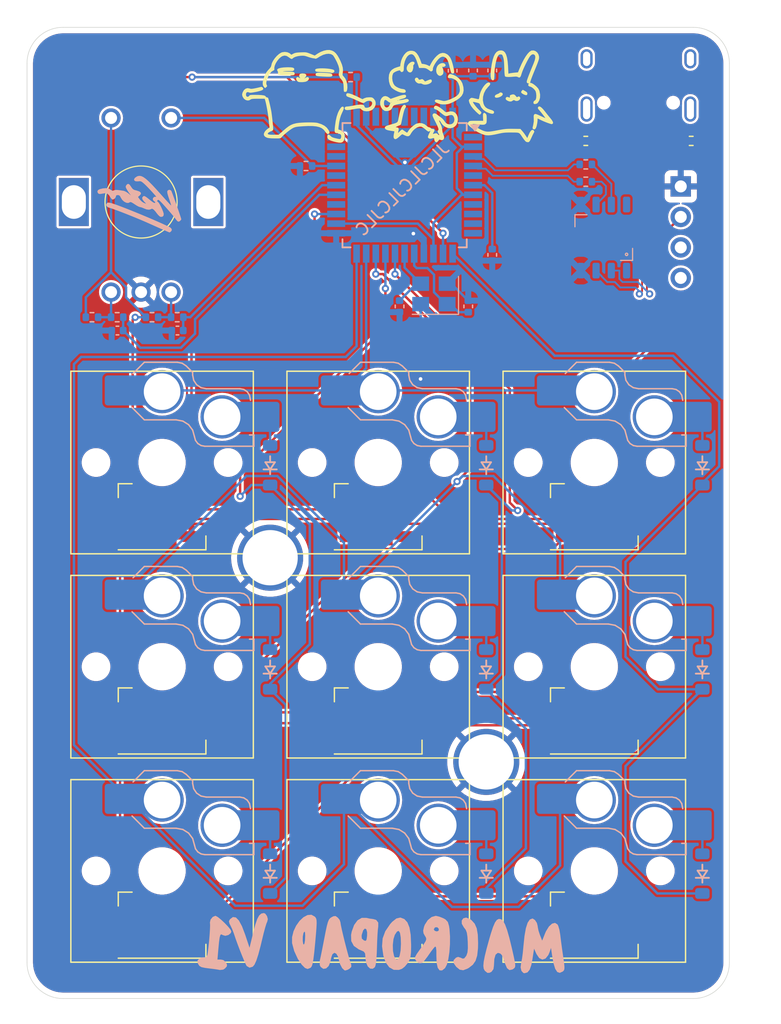
<source format=kicad_pcb>
(kicad_pcb (version 20240108) (generator "pcbnew") (generator_version "8.0")
  (layers (0 "F.Cu" signal) (31 "B.Cu" signal) (34 "B.Paste" user) (35 "F.Paste" user) (36 "B.SilkS" user "B.Silkscreen") (37 "F.SilkS" user "F.Silkscreen") (38 "B.Mask" user) (39 "F.Mask" user) (44 "Edge.Cuts" user))
  (net 0 "")
  (net 1 "VBUS")
  (net 2 "Row 0")
  (net 3 "Net-(D1-A)")
  (net 4 "Row 1")
  (net 5 "Net-(D2-A)")
  (net 6 "Row 2")
  (net 7 "Net-(D3-A)")
  (net 8 "Net-(D4-A)")
  (net 9 "Net-(D5-A)")
  (net 10 "Net-(D6-A)")
  (net 11 "Net-(D7-A)")
  (net 12 "Net-(D8-A)")
  (net 13 "Net-(D9-A)")
  (net 14 "+5V")
  (net 15 "LED Input")
  (net 16 "Net-(D10-DOUT)")
  (net 17 "Net-(D11-DOUT)")
  (net 18 "Net-(D12-DOUT)")
  (net 19 "Net-(D13-DOUT)")
  (net 20 "Net-(D14-DOUT)")
  (net 21 "Net-(D15-DOUT)")
  (net 22 "Net-(D16-DOUT)")
  (net 23 "Net-(D17-DOUT)")
  (net 25 "/USB_D-")
  (net 32 "Net-(J1-CC1)")
  (net 33 "/USB_D+")
  (net 34 "Net-(J1-CC2)")
  (net 35 "Display SDA")
  (net 36 "Display SCL")
  (net 37 "D+")
  (net 38 "D-")
  (net 39 "Net-(R6-Pad2)")
  (net 40 "Net-(R10-Pad2)")
  (net 41 "Column 0")
  (net 42 "Column 1")
  (net 43 "Column 2")
  (net 44 "RE Switch")
  (net 45 "GND")
  (net 46 "Net-(U3-UCAP)")
  (net 47 "Net-(U3-XTAL1)")
  (net 48 "Net-(U3-XTAL2)")
  (net 49 "Net-(U3-~{RESET})")
  (net 50 "/Port_Protector_D+")
  (net 51 "/Port_Protector_D-")
  (net 67 "RE A")
  (net 68 "RE B")
  (footprint "ScottoKeebs_Hotswap:Hotswap_Choc_V1_Plated_1.00u" (layer "F.Cu") (at 124.15 83.7)
    (property "Reference" "S1" (hide yes))
    (property "Value" "Keyswitch")
  )
  (footprint "ScottoKeebs_Hotswap:Hotswap_Choc_V1_Plated_1.00u" (layer "F.Cu") (at 160.15 83.7)
    (property "Reference" "S3" (hide yes))
    (property "Value" "Keyswitch")
  )
  (footprint "ScottoKeebs_Components:LED_WS2812B" (layer "F.Cu") (at 160.15 88.215625)
    (property "Reference" "D12" (hide yes))
    (property "Value" "WS2812B")
  )
  (footprint "Button_Switch_SMD:SW_Tactile_TSB008A2530A" (layer "F.Cu") (at 120.15 55.6125)
    (property "Reference" "SW1" (hide yes))
    (property "Value" "SW_Push")
  )
  (footprint "ScottoKeebs_Hotswap:Hotswap_Choc_V1_Plated_1.00u" (layer "F.Cu") (at 142.15 83.7)
    (property "Reference" "S2" (hide yes))
    (property "Value" "Keyswitch")
  )
  (footprint "Rotary_Encoder:RotaryEncoder_Bourns_PEC11R-4xxxF-Sxxxx" (layer "F.Cu") (at 122.4 72.5125)
    (property "Reference" "SW2" (hide yes))
    (property "Value" "RotaryEncoder_Switch")
  )
  (footprint "MountingHole:MountingHole_4.6mm" (layer "F.Cu") (at 151.15 113.795)
    (property "Reference" "H2" (hide yes))
    (property "Value" "MountingHole_Pad" (hide yes))
  )
  (footprint "ScottoKeebs_Components:LED_WS2812B" (layer "F.Cu") (at 124.15 122.215625)
    (property "Reference" "D16" (hide yes))
    (property "Value" "WS2812B")
  )
  (footprint "MountingHole:MountingHole_4.6mm" (layer "F.Cu") (at 133.15 96.795)
    (property "Reference" "H1" (hide yes))
    (property "Value" "MountingHole_Pad" (hide yes))
  )
  (footprint "ScottoKeebs_Hotswap:Hotswap_Choc_V1_Plated_1.00u" (layer "F.Cu") (at 142.15 117.7)
    (property "Reference" "S8" (hide yes))
    (property "Value" "Keyswitch")
  )
  (footprint "Resistor_SMD:R_0402_1005Metric" (layer "F.Cu") (at 168.22 56.925)
    (property "Reference" "R4" (hide yes))
    (property "Value" "5k1")
  )
  (footprint "ScottoKeebs_Hotswap:Hotswap_Choc_V1_Plated_1.00u" (layer "F.Cu") (at 160.15 117.7)
    (property "Reference" "S9" (hide yes))
    (property "Value" "Keyswitch")
  )
  (footprint "Resistor_SMD:R_0402_1005Metric" (layer "F.Cu") (at 159.44 56.925 180)
    (property "Reference" "R5" (hide yes))
    (property "Value" "5k1")
  )
  (footprint "ScottoKeebs_Components:USB_C_HRO_TYPE-C-31-M-12" (layer "F.Cu") (at 163.83 51.1425 180)
    (property "Reference" "J1" (hide yes))
    (property "Value" "USB_C_Receptacle_USB2.0_16P")
  )
  (footprint "ScottoKeebs_Components:LED_WS2812B" (layer "F.Cu") (at 142.15 105.215625)
    (property "Reference" "D14" (hide yes))
    (property "Value" "WS2812B")
  )
  (footprint "Display:SSD1306_LCD_Display_128x32" (layer "F.Cu") (at 150.19 73.2625)
    (property "Reference" "J2" (hide yes))
    (property "Value" "Display")
  )
  (footprint "ScottoKeebs_Hotswap:Hotswap_Choc_V1_Plated_1.00u" (layer "F.Cu") (at 142.15 100.7)
    (property "Reference" "S5" (hide yes))
    (property "Value" "Keyswitch")
  )
  (footprint "ScottoKeebs_Components:LED_WS2812B" (layer "F.Cu") (at 142.15 122.215625)
    (property "Reference" "D17" (hide yes))
    (property "Value" "WS2812B")
  )
  (footprint "ScottoKeebs_Hotswap:Hotswap_Choc_V1_Plated_1.00u" (layer "F.Cu") (at 124.15 100.7)
    (property "Reference" "S4" (hide yes))
    (property "Value" "Keyswitch")
  )
  (footprint "ScottoKeebs_Components:LED_WS2812B" (layer "F.Cu") (at 142.15 88.215625)
    (property "Reference" "D11" (hide yes))
    (property "Value" "WS2812B")
  )
  (footprint "LOGO" (layer "F.Cu") (at 143.75 53.2125)
    (property "Reference" "G***" (hide yes))
    (property "Value" "LOGO" (hide yes))
  )
  (footprint "ScottoKeebs_Components:LED_WS2812B" (layer "F.Cu") (at 160.15 105.215625)
    (property "Reference" "D15" (hide yes))
    (property "Value" "WS2812B")
  )
  (footprint "ScottoKeebs_Hotswap:Hotswap_Choc_V1_Plated_1.00u" (layer "F.Cu") (at 160.15 100.7)
    (property "Reference" "S6" (hide yes))
    (property "Value" "Keyswitch")
  )
  (footprint "ScottoKeebs_Components:LED_WS2812B" (layer "F.Cu") (at 160.15 122.215625)
    (property "Reference" "D18" (hide yes))
    (property "Value" "WS2812B")
  )
  (footprint "ScottoKeebs_Components:LED_WS2812B" (layer "F.Cu") (at 124.15 105.215625)
    (property "Reference" "D13" (hide yes))
    (property "Value" "WS2812B")
  )
  (footprint "ScottoKeebs_Components:LED_WS2812B" (layer "F.Cu") (at 124.15 88.215625)
    (property "Reference" "D10" (hide yes))
    (property "Value" "WS2812B")
  )
  (footprint "ScottoKeebs_Hotswap:Hotswap_Choc_V1_Plated_1.00u" (layer "F.Cu") (at 124.15 117.7)
    (property "Reference" "S7" (hide yes))
    (property "Value" "Keyswitch")
  )
  (footprint "Capacitor_SMD:C_0402_1005Metric" (layer "B.Cu") (at 151.65 51.0625 90)
    (property "Reference" "C1" (hide yes))
    (property "Value" "100n")
  )
  (footprint "ScottoKeebs_Components:Diode_SOD-123" (layer "B.Cu") (at 151.15 100.925 90)
    (property "Reference" "D5" (hide yes))
    (property "Value" "Diode")
  )
  (footprint "ScottoKeebs_Components:Diode_SOD-123" (layer "B.Cu") (at 133.15 83.925 90)
    (property "Reference" "D1" (hide yes))
    (property "Value" "Diode")
  )
  (footprint "Capacitor_SMD:C_0402_1005Metric" (layer "B.Cu") (at 150.05 51.0625 90)
    (property "Reference" "C2" (hide yes))
    (property "Value" "100n")
  )
  (footprint "Connector_USB:USB_Port_Protector_USB6B1" (layer "B.Cu") (at 157.1375 64.9725 90)
    (property "Reference" "U1" (hide yes))
    (property "Value" "USB6B1")
  )
  (footprint "Package_QFP:TQFP-44_10x10mm_P0.8mm" (layer "B.Cu") (at 144.35 60.6125 180)
    (property "Reference" "U3" (hide yes))
    (property "Value" "ATmega32U4-A")
  )
  (footprint "Resistor_SMD:R_0402_1005Metric" (layer "B.Cu") (at 123.31 71.6025)
    (property "Reference" "R6" (hide yes))
    (property "Value" "10k")
  )
  (footprint "Resistor_SMD:R_0402_1005Metric" (layer "B.Cu") (at 159.44 58.8825 180)
    (property "Reference" "R3" (hide yes))
    (property "Value" "22")
  )
  (footprint "Resistor_SMD:R_0402_1005Metric" (layer "B.Cu") (at 159.44 60.3225)
    (property "Reference" "R2" (hide yes))
    (property "Value" "22")
  )
  (footprint "Resistor_SMD:R_0402_1005Metric" (layer "B.Cu") (at 118.31 71.6025)
    (property "Reference" "R8" (hide yes))
    (property "Value" "10k")
  )
  (footprint "ScottoKeebs_Components:Diode_SOD-123" (layer "B.Cu") (at 169.15 100.925 90)
    (property "Reference" "D6" (hide yes))
    (property "Value" "Diode")
  )
  (footprint "Capacitor_SMD:C_0402_1005Metric" (layer "B.Cu") (at 120.43 72.7125)
    (property "Reference" "C7" (hide yes))
    (property "Value" "10n")
  )
  (footprint "LOGO" (layer "B.Cu") (at 142.45 123.7125 180)
    (property "Reference" "G***" (hide yes))
    (property "Value" "LOGO" (hide yes))
  )
  (footprint "ScottoKeebs_Components:Diode_SOD-123" (layer "B.Cu") (at 169.15 83.925 90)
    (property "Reference" "D3" (hide yes))
    (property "Value" "Diode")
  )
  (footprint "ScottoKeebs_Components:Diode_SOD-123" (layer "B.Cu") (at 133.15 100.925 90)
    (property "Reference" "D4" (hide yes))
    (property "Value" "Diode")
  )
  (footprint "LOGO" (layer "B.Cu") (at 122.25 62.2125 180)
    (property "Reference" "G***" (hide yes))
    (property "Value" "LOGO" (hide yes))
  )
  (footprint "ScottoKeebs_Components:Diode_SOD-123" (layer "B.Cu") (at 151.15 83.925 90)
    (property "Reference" "D2" (hide yes))
    (property "Value" "Diode")
  )
  (footprint "Capacitor_SMD:C_0402_1005Metric" (layer "B.Cu") (at 151.65 66.4125 -90)
    (property "Reference" "C4" (hide yes))
    (property "Value" "1u")
  )
  (footprint "ScottoKeebs_Components:Diode_SOD-123" (layer "B.Cu") (at 169.15 117.925 90)
    (property "Reference" "D9" (hide yes))
    (property "Value" "Diode")
  )
  (footprint "Capacitor_SMD:C_0402_1005Metric" (layer "B.Cu") (at 149.65 70.7025 90)
    (property "Reference" "C6" (hide yes))
    (property "Value" "12p")
  )
  (footprint "Capacitor_SMD:C_0402_1005Metric" (layer "B.Cu") (at 125.43 72.7125)
    (property "Reference" "C9" (hide yes))
    (property "Value" "10n")
  )
  (footprint "Capacitor_SMD:C_0402_1005Metric" (layer "B.Cu") (at 148.35 51.0825 90)
    (property "Reference" "C3" (hide yes))
    (property "Value" "100n")
  )
  (footprint "ScottoKeebs_Components:Diode_SOD-123" (layer "B.Cu") (at 151.15 117.925 90)
    (property "Reference" "D8" (hide yes))
    (property "Value" "Diode")
  )
  (footprint "Resistor_SMD:R_0402_1005Metric" (layer "B.Cu") (at 125.41 71.6025)
    (property "Reference" "R9" (hide yes))
    (property "Value" "10k")
  )
  (footprint "Resistor_SMD:R_0402_1005Metric" (layer "B.Cu") (at 139.85 51.6125)
    (property "Reference" "R1" (hide yes))
    (property "Value" "10k")
  )
  (footprint "Resistor_SMD:R_0402_1005Metric" (layer "B.Cu") (at 120.41 71.6025 180)
    (property "Reference" "R10" (hide yes))
    (property "Value" "10k")
  )
  (footprint "Crystal:Crystal_SMD_X322516MLB4SI" (layer "B.Cu") (at 146.79 73.7625 180)
    (property "Reference" "Y1" (hide yes))
    (property "Value" "16mghz")
  )
  (footprint "Capacitor_SMD:C_0402_1005Metric" (layer "B.Cu") (at 143.93 70.7025 -90)
    (property "Reference" "C5" (hide yes))
    (property "Value" "12p")
  )
  (footprint "Resistor_SMD:R_0402_1005Metric" (layer "B.Cu") (at 136.14 59.0125 180)
    (property "Reference" "R7" (hide yes))
    (property "Value" "10k")
  )
  (footprint "ScottoKeebs_Components:Diode_SOD-123" (layer "B.Cu") (at 133.15 117.925 90)
    (property "Reference" "D7" (hide yes))
    (property "Value" "Diode")
  )
  (gr_line (start 115.9 128.325) (end 168.4 128.325) (stroke (width 0.05)) (layer "Edge.Cuts"))
  (gr_arc (start 112.9 50.47) (mid 113.77868 48.34868) (end 115.9 47.47) (stroke (width 0.05)) (layer "Edge.Cuts"))
  (gr_arc (start 171.4 125.325) (mid 170.52132 127.44632) (end 168.4 128.325) (stroke (width 0.05)) (layer "Edge.Cuts"))
  (gr_line (start 171.4 125.325) (end 171.4 50.47) (stroke (width 0.05)) (layer "Edge.Cuts"))
  (gr_line (start 168.4 47.47) (end 115.9 47.47) (stroke (width 0.05)) (layer "Edge.Cuts"))
  (gr_line (start 112.9 50.47) (end 112.9 125.325) (stroke (width 0.05)) (layer "Edge.Cuts"))
  (gr_arc (start 168.4 47.47) (mid 170.52132 48.34868) (end 171.4 50.47) (stroke (width 0.05)) (layer "Edge.Cuts"))
  (gr_arc (start 115.9 128.325) (mid 113.77868 127.44632) (end 112.9 125.325) (stroke (width 0.05)) (layer "Edge.Cuts"))
  (gr_text "JLCJLCJLCJLC" (at 148.29 57.6525 45) (layer "B.SilkS") (effects (font (size 1 1)) (justify left bottom mirror)))
  (segment (start 166.28 55.1875) (end 166.28 54.5425) (width 0.2) (layer "F.Cu") (net 1))
  (segment (start 162.65 53.3125) (end 161.38 54.5825) (width 0.2) (layer "F.Cu") (net 1))
  (segment (start 166.28 54.5425) (end 165.05 53.3125) (width 0.2) (layer "F.Cu") (net 1))
  (segment (start 161.38 54.5825) (end 161.38 55.1875) (width 0.2) (layer "F.Cu") (net 1))
  (segment (start 165.05 53.3125) (end 162.65 53.3125) (width 0.2) (layer "F.Cu") (net 1))
  (segment (start 150.05 57.4125) (end 149.225 57.4125) (width 0.2) (layer "B.Cu") (net 1))
  (segment (start 146.75 65.1125) (end 145.45 63.8125) (width 0.2) (layer "B.Cu") (net 1))
  (segment (start 149.225 57.4125) (end 148.7 57.9375) (width 0.2) (layer "B.Cu") (net 1))
  (segment (start 148.35 55.6125) (end 144.65 59.3125) (width 0.2) (layer "B.Cu") (net 1))
  (segment (start 144.65 59.3125) (end 144.05 59.3125) (width 0.2) (layer "B.Cu") (net 1))
  (segment (start 151.65 51.5425) (end 148.37 51.5425) (width 0.2) (layer "B.Cu") (net 1))
  (segment (start 148.35 56.6625) (end 148.35 54.9125) (width 0.2) (layer "B.Cu") (net 1))
  (segment (start 148.35 51.5625) (end 148.35 54.9125) (width 0.2) (layer "B.Cu") (net 1))
  (segment (start 140.35 54.9125) (end 140.35 51.6225) (width 0.2) (layer "B.Cu") (net 1))
  (segment (start 148.7 60.8625) (end 149.25 61.4125) (width 0.2) (layer "B.Cu") (net 1))
  (segment (start 145.45 63.8125) (end 138.65 63.8125) (width 0.2) (layer "B.Cu") (net 1))
  (segment (start 150.05 57.4125) (end 149.1 57.4125) (width 0.2) (layer "B.Cu") (net 1))
  (segment (start 148.7 57.9375) (end 148.7 60.8625) (width 0.2) (layer "B.Cu") (net 1))
  (segment (start 146.75 66.3125) (end 146.75 65.1125) (width 0.2) (layer "B.Cu") (net 1))
  (segment (start 148.35 54.9125) (end 148.35 55.6125) (width 0.2) (layer "B.Cu") (net 1))
  (segment (start 144.05 59.3125) (end 140.35 55.6125) (width 0.2) (layer "B.Cu") (net 1))
  (segment (start 149.1 61.4125) (end 146.75 63.7625) (width 0.2) (layer "B.Cu") (net 1))
  (segment (start 149.25 61.4125) (end 150.05 61.4125) (width 0.2) (layer "B.Cu") (net 1))
  (segment (start 150.05 61.4125) (end 149.1 61.4125) (width 0.2) (layer "B.Cu") (net 1))
  (segment (start 148.37 51.5425) (end 148.35 51.5625) (width 0.2) (layer "B.Cu") (net 1))
  (segment (start 140.35 51.6225) (end 140.36 51.6125) (width 0.2) (layer "B.Cu") (net 1))
  (segment (start 140.35 55.6125) (end 140.35 54.9125) (width 0.2) (layer "B.Cu") (net 1))
  (segment (start 146.75 63.7625) (end 146.75 66.3125) (width 0.2) (layer "B.Cu") (net 1))
  (segment (start 149.1 57.4125) (end 148.35 56.6625) (width 0.2) (layer "B.Cu") (net 1))
  (segment (start 142.75 72.438478) (end 130.65 84.538478) (width 0.2) (layer "F.Cu") (net 2))
  (segment (start 130.65 84.538478) (end 130.65 86.5125) (width 0.2) (layer "F.Cu") (net 2))
  (segment (start 142.75 69.2125) (end 142.75 72.438478) (width 0.2) (layer "F.Cu") (net 2))
  (via (at 130.65 86.5125) (size 0.6) (drill 0.3) (layers "F.Cu" "B.Cu") (net 2))
  (via (at 142.75 69.2125) (size 0.6) (drill 0.3) (layers "F.Cu" "B.Cu") (net 2))
  (segment (start 136.45 88.875) (end 136.45 98.825) (width 0.2) (layer "B.Cu") (net 2))
  (segment (start 131.5875 85.575) (end 130.65 86.5125) (width 0.2) (layer "B.Cu") (net 2))
  (segment (start 134.45 103.875) (end 134.45 118.275) (width 0.2) (layer "B.Cu") (net 2))
  (segment (start 133.15 102.125) (end 133.15 102.575) (width 0.2) (layer "B.Cu") (net 2))
  (segment (start 133.15 85.575) (end 136.45 88.875) (width 0.2) (layer "B.Cu") (net 2))
  (segment (start 142.75 69.2125) (end 142.75 66.3125) (width 0.2) (layer "B.Cu") (net 2))
  (segment (start 133.15 102.575) (end 134.45 103.875) (width 0.2) (layer "B.Cu") (net 2))
  (segment (start 136.45 98.825) (end 133.15 102.125) (width 0.2) (layer "B.Cu") (net 2))
  (segment (start 134.45 118.275) (end 133.15 119.575) (width 0.2) (layer "B.Cu") (net 2))
  (segment (start 133.15 85.575) (end 131.5875 85.575) (width 0.2) (layer "B.Cu") (net 2))
  (segment (start 132 79.9) (end 133.15 81.05) (width 0.2) (layer "B.Cu") (net 3))
  (segment (start 133.15 81.05) (end 133.15 82.275) (width 0.2) (layer "B.Cu") (net 3))
  (segment (start 153.11 87.034834) (end 153.768833 87.693667) (width 0.2) (layer "F.Cu") (net 4))
  (segment (start 153.11 77.5725) (end 153.11 87.034834) (width 0.2) (layer "F.Cu") (net 4))
  (segment (start 143.55 68.0125) (end 153.11 77.5725) (width 0.2) (layer "F.Cu") (net 4))
  (via (at 153.768833 87.693667) (size 0.6) (drill 0.3) (layers "F.Cu" "B.Cu") (net 4))
  (via (at 143.55 68.0125) (size 0.6) (drill 0.3) (layers "F.Cu" "B.Cu") (net 4))
  (segment (start 153.768833 87.693667) (end 153.268667 87.693667) (width 0.2) (layer "B.Cu") (net 4))
  (segment (start 154.45 115.825) (end 151.15 119.125) (width 0.2) (layer "B.Cu") (net 4))
  (segment (start 151.15 119.125) (end 151.15 119.575) (width 0.2) (layer "B.Cu") (net 4))
  (segment (start 153.268667 87.693667) (end 151.15 85.575) (width 0.2) (layer "B.Cu") (net 4))
  (segment (start 151.15 85.575) (end 152.45 86.875) (width 0.2) (layer "B.Cu") (net 4))
  (segment (start 151.15 102.575) (end 154.45 105.875) (width 0.2) (layer "B.Cu") (net 4))
  (segment (start 152.45 86.875) (end 152.45 101.275) (width 0.2) (layer "B.Cu") (net 4))
  (segment (start 154.45 105.875) (end 154.45 115.825) (width 0.2) (layer "B.Cu") (net 4))
  (segment (start 152.45 101.275) (end 151.15 102.575) (width 0.2) (layer "B.Cu") (net 4))
  (segment (start 143.55 68.0125) (end 143.55 66.3125) (width 0.2) (layer "B.Cu") (net 4))
  (segment (start 150 79.9) (end 151.15 81.05) (width 0.2) (layer "B.Cu") (net 5))
  (segment (start 151.15 81.05) (end 151.15 82.275) (width 0.2) (layer "B.Cu") (net 5))
  (segment (start 169.15 102.575) (end 162.75 108.975) (width 0.2) (layer "B.Cu") (net 6))
  (segment (start 162.75 108.975) (end 162.75 116.919239) (width 0.2) (layer "B.Cu") (net 6))
  (segment (start 162.75 91.975) (end 162.75 99.869239) (width 0.2) (layer "B.Cu") (net 6))
  (segment (start 169.15 85.575) (end 162.75 91.975) (width 0.2) (layer "B.Cu") (net 6))
  (segment (start 165.405761 119.575) (end 169.15 119.575) (width 0.2) (layer "B.Cu") (net 6))
  (segment (start 170.55 78.651378) (end 166.711122 74.8125) (width 0.2) (layer "B.Cu") (net 6))
  (segment (start 156.85 74.8125) (end 148.35 66.3125) (width 0.2) (layer "B.Cu") (net 6))
  (segment (start 166.711122 74.8125) (end 156.85 74.8125) (width 0.2) (layer "B.Cu") (net 6))
  (segment (start 170.55 84.0125) (end 170.55 78.651378) (width 0.2) (layer "B.Cu") (net 6))
  (segment (start 162.75 99.869239) (end 165.455761 102.575) (width 0.2) (layer "B.Cu") (net 6))
  (segment (start 165.455761 102.575) (end 169.15 102.575) (width 0.2) (layer "B.Cu") (net 6))
  (segment (start 169.15 85.575) (end 169.15 85.4125) (width 0.2) (layer "B.Cu") (net 6))
  (segment (start 169.15 85.4125) (end 170.55 84.0125) (width 0.2) (layer "B.Cu") (net 6))
  (segment (start 162.75 116.919239) (end 165.405761 119.575) (width 0.2) (layer "B.Cu") (net 6))
  (segment (start 168 79.9) (end 169.15 81.05) (width 0.2) (layer "B.Cu") (net 7))
  (segment (start 169.15 81.05) (end 169.15 82.275) (width 0.2) (layer "B.Cu") (net 7))
  (segment (start 133.15 98.05) (end 133.15 99.275) (width 0.2) (layer "B.Cu") (net 8))
  (segment (start 132 96.9) (end 133.15 98.05) (width 0.2) (layer "B.Cu") (net 8))
  (segment (start 150 96.9) (end 151.15 98.05) (width 0.2) (layer "B.Cu") (net 9))
  (segment (start 151.15 98.05) (end 151.15 99.275) (width 0.2) (layer "B.Cu") (net 9))
  (segment (start 168 96.9) (end 169.15 98.05) (width 0.2) (layer "B.Cu") (net 10))
  (segment (start 169.15 98.05) (end 169.15 99.275) (width 0.2) (layer "B.Cu") (net 10))
  (segment (start 133.15 115.05) (end 133.15 116.275) (width 0.2) (layer "B.Cu") (net 11))
  (segment (start 132 113.9) (end 133.15 115.05) (width 0.2) (layer "B.Cu") (net 11))
  (segment (start 151.15 115.05) (end 151.15 116.275) (width 0.2) (layer "B.Cu") (net 12))
  (segment (start 150 113.9) (end 151.15 115.05) (width 0.2) (layer "B.Cu") (net 12))
  (segment (start 168 113.9) (end 169.15 115.05) (width 0.2) (layer "B.Cu") (net 13))
  (segment (start 169.15 115.05) (end 169.15 116.275) (width 0.2) (layer "B.Cu") (net 13))
  (segment (start 141.134375 88) (end 143.31875 85.815625) (width 0.2) (layer "F.Cu") (net 14))
  (segment (start 140.465625 102.8) (end 156.934375 102.8) (width 0.2) (layer "F.Cu") (net 14))
  (segment (start 139.7 103.565625) (end 138.765625 104.5) (width 0.2) (layer "F.Cu") (net 14))
  (segment (start 122.634375 104.5) (end 121.7 103.565625) (width 0.2) (layer "F.Cu") (net 14))
  (segment (start 166.02 72.7675) (end 162.6275 76.16) (width 0.2) (layer "F.Cu") (net 14))
  (segment (start 120.65 104.615625) (end 120.65 119.515625) (width 0.2) (layer "F.Cu") (net 14))
  (segment (start 121.7 103.565625) (end 120.65 104.615625) (width 0.2) (layer "F.Cu") (net 14))
  (segment (start 139.7 86.565625) (end 138.665625 87.6) (width 0.2) (layer "F.Cu") (net 14))
  (segment (start 167.35 63.2525) (end 166.02 64.5825) (width 0.2) (layer "F.Cu") (net 14))
  (segment (start 121.7 71.8225) (end 121.91 71.6125) (width 0.2) (layer "F.Cu") (net 14))
  (segment (start 143.31875 85.815625) (end 145.65 85.815625) (width 0.2) (layer "F.Cu") (net 14))
  (segment (start 122.734375 121.6) (end 121.7 120.565625) (width 0.2) (layer "F.Cu") (net 14))
  (segment (start 145.65 85.815625) (end 148.234375 88.4) (width 0.2) (layer "F.Cu") (net 14))
  (segment (start 139.7 86.565625) (end 141.134375 88) (width 0.2) (layer "F.Cu") (net 14))
  (segment (start 156.95 119.815625) (end 157.7 120.565625) (width 0.2) (layer "F.Cu") (net 14))
  (segment (start 148.234375 88.4) (end 155.865625 88.4) (width 0.2) (layer "F.Cu") (net 14))
  (segment (start 138.665625 87.6) (end 122.734375 87.6) (width 0.2) (layer "F.Cu") (net 14))
  (segment (start 120.65 119.515625) (end 121.7 120.565625) (width 0.2) (layer "F.Cu") (net 14))
  (segment (start 138.665625 121.6) (end 122.734375 121.6) (width 0.2) (layer "F.Cu") (net 14))
  (segment (start 139.7 120.565625) (end 140.45 119.815625) (width 0.2) (layer "F.Cu") (net 14))
  (segment (start 166.02 64.5825) (end 166.02 72.7675) (width 0.2) (layer "F.Cu") (net 14))
  (segment (start 162.6275 76.16) (end 162.6275 84.56) (width 0.2) (layer "F.Cu") (net 14))
  (segment (start 121.7 86.565625) (end 120.65 87.615625) (width 0.2) (layer "F.Cu") (net 14))
  (segment (start 120.65 102.515625) (end 121.7 103.565625) (width 0.2) (layer "F.Cu") (net 14))
  (segment (start 138.765625 104.5) (end 122.634375 104.5) (width 0.2) (layer "F.Cu") (net 14))
  (segment (start 120.65 87.615625) (end 120.65 102.515625) (width 0.2) (layer "F.Cu") (net 14))
  (segment (start 156.934375 102.8) (end 157.7 103.565625) (width 0.2) (layer "F.Cu") (net 14))
  (segment (start 140.45 119.815625) (end 156.95 119.815625) (width 0.2) (layer "F.Cu") (net 14))
  (segment (start 139.7 120.565625) (end 138.665625 121.6) (width 0.2) (layer "F.Cu") (net 14))
  (segment (start 122.734375 87.6) (end 121.7 86.565625) (width 0.2) (layer "F.Cu") (net 14))
  (segment (start 160.621875 86.565625) (end 157.7 86.565625) (width 0.2) (layer "F.Cu") (net 14))
  (segment (start 139.7 103.565625) (end 140.465625 102.8) (width 0.2) (layer "F.Cu") (net 14))
  (segment (start 162.6275 84.56) (end 160.621875 86.565625) (width 0.2) (layer "F.Cu") (net 14))
  (segment (start 155.865625 88.4) (end 157.7 86.565625) (width 0.2) (layer "F.Cu") (net 14))
  (segment (start 121.7 86.565625) (end 121.7 71.8225) (width 0.2) (layer "F.Cu") (net 14))
  (via (at 121.91 71.6125) (size 0.6) (drill 0.3) (layers "F.Cu" "B.Cu") (net 14))
  (segment (start 119.9 67.85) (end 117.8 69.95) (width 0.2) (layer "B.Cu") (net 14))
  (segment (start 117.79 71.6125) (end 117.8 71.6025) (width 0.2) (layer "B.Cu") (net 14))
  (segment (start 122.8 71.6025) (end 121.92 71.6025) (width 0.2) (layer "B.Cu") (net 14))
  (segment (start 117.8 69.95) (end 117.8 71.6025) (width 0.2) (layer "B.Cu") (net 14))
  (segment (start 121.92 71.6025) (end 121.91 71.6125) (width 0.2) (layer "B.Cu") (net 14))
  (segment (start 121.15 69.9525) (end 121.15 69.1) (width 0.2) (layer "B.Cu") (net 14))
  (segment (start 121.15 69.1) (end 119.9 67.85) (width 0.2) (layer "B.Cu") (net 14))
  (segment (start 122.8 71.6025) (end 121.15 69.9525) (width 0.2) (layer "B.Cu") (net 14))
  (segment (start 119.9 55.0125) (end 119.9 67.85) (width 0.2) (layer "B.Cu") (net 14))
  (segment (start 136.85 63.0125) (end 136.85 64.2125) (width 0.2) (layer "F.Cu") (net 15))
  (segment (start 126.6 74.4625) (end 126.6 86.565625) (width 0.2) (layer "F.Cu") (net 15))
  (segment (start 136.85 64.2125) (end 126.6 74.4625) (width 0.2) (layer "F.Cu") (net 15))
  (via (at 136.85 63.0125) (size 0.6) (drill 0.3) (layers "F.Cu" "B.Cu") (net 15))
  (segment (start 136.85 63.0125) (end 138.65 63.0125) (width 0.2) (layer "B.Cu") (net 15))
  (segment (start 144.6 86.565625) (end 142.765625 88.4) (width 0.2) (layer "F.Cu") (net 16))
  (segment (start 142.765625 88.4) (end 123.165625 88.4) (width 0.2) (layer "F.Cu") (net 16))
  (segment (start 123.165625 88.4) (end 121.7 89.865625) (width 0.2) (layer "F.Cu") (net 16))
  (segment (start 140.765625 88.8) (end 139.7 89.865625) (width 0.2) (layer "F.Cu") (net 17))
  (segment (start 160.365625 88.8) (end 140.765625 88.8) (width 0.2) (layer "F.Cu") (net 17))
  (segment (start 162.6 86.565625) (end 160.365625 88.8) (width 0.2) (layer "F.Cu") (net 17))
  (segment (start 129.134375 103.565625) (end 126.6 103.565625) (width 0.2) (layer "F.Cu") (net 18))
  (segment (start 141.8 90.9) (end 129.134375 103.565625) (width 0.2) (layer "F.Cu") (net 18))
  (segment (start 156.665625 90.9) (end 141.8 90.9) (width 0.2) (layer "F.Cu") (net 18))
  (segment (start 157.7 89.865625) (end 156.665625 90.9) (width 0.2) (layer "F.Cu") (net 18))
  (segment (start 142.765625 105.4) (end 123.165625 105.4) (width 0.2) (layer "F.Cu") (net 19))
  (segment (start 144.6 103.565625) (end 142.765625 105.4) (width 0.2) (layer "F.Cu") (net 19))
  (segment (start 123.165625 105.4) (end 121.7 106.865625) (width 0.2) (layer "F.Cu") (net 19))
  (segment (start 143.731311 105) (end 141.865686 106.865625) (width 0.2) (layer "F.Cu") (net 20))
  (segment (start 161.165625 105) (end 143.731311 105) (width 0.2) (layer "F.Cu") (net 20))
  (segment (start 141.865686 106.865625) (end 139.7 106.865625) (width 0.2) (layer "F.Cu") (net 20))
  (segment (start 162.6 103.565625) (end 161.165625 105) (width 0.2) (layer "F.Cu") (net 20))
  (segment (start 144.175 105.575) (end 129.184375 120.565625) (width 0.2) (layer "F.Cu") (net 21))
  (segment (start 156.409375 105.575) (end 144.175 105.575) (width 0.2) (layer "F.Cu") (net 21))
  (segment (start 157.7 106.865625) (end 156.409375 105.575) (width 0.2) (layer "F.Cu") (net 21))
  (segment (start 129.184375 120.565625) (end 126.6 120.565625) (width 0.2) (layer "F.Cu") (net 21))
  (segment (start 121.7 123.865625) (end 123.065625 122.5) (width 0.2) (layer "F.Cu") (net 22))
  (segment (start 142.665625 122.5) (end 144.6 120.565625) (width 0.2) (layer "F.Cu") (net 22))
  (segment (start 123.065625 122.5) (end 142.665625 122.5) (width 0.2) (layer "F.Cu") (net 22))
  (segment (start 162.6 120.565625) (end 160.265625 122.9) (width 0.2) (layer "F.Cu") (net 23))
  (segment (start 140.665625 122.9) (end 139.7 123.865625) (width 0.2) (layer "F.Cu") (net 23))
  (segment (start 160.265625 122.9) (end 140.665625 122.9) (width 0.2) (layer "F.Cu") (net 23))
  (segment (start 164.53 69.4375) (end 164.755 69.6625) (width 0.15) (layer "F.Cu") (net 25))
  (segment (start 164.58 55.1875) (end 164.58 56.275001) (width 0.15) (layer "F.Cu") (net 25))
  (segment (start 163.58 54.2125) (end 163.63 54.1625) (width 0.15) (layer "F.Cu") (net 25))
  (segment (start 163.63 54.1625) (end 164.53 54.1625) (width 0.15) (layer "F.Cu") (net 25))
  (segment (start 164.53 56.325001) (end 164.53 69.4375) (width 0.15) (layer "F.Cu") (net 25))
  (segment (start 164.53 54.1625) (end 164.58 54.2125) (width 0.15) (layer "F.Cu") (net 25))
  (segment (start 164.58 54.2125) (end 164.58 55.1875) (width 0.15) (layer "F.Cu") (net 25))
  (segment (start 163.58 55.1875) (end 163.58 54.2125) (width 0.15) (layer "F.Cu") (net 25))
  (segment (start 164.58 56.275001) (end 164.53 56.325001) (width 0.15) (layer "F.Cu") (net 25))
  (via (at 164.755 69.6625) (size 0.6) (drill 0.3) (layers "F.Cu" "B.Cu") (net 25))
  (segment (start 162.2375 67.7225) (end 161.5675 67.7225) (width 0.15) (layer "B.Cu") (net 25))
  (segment (start 162.2375 68.413052) (end 162.2375 67.7225) (width 0.15) (layer "B.Cu") (net 25))
  (segment (start 162.496948 68.6725) (end 162.2375 68.413052) (width 0.15) (layer "B.Cu") (net 25))
  (segment (start 163.765 68.6725) (end 162.496948 68.6725) (width 0.15) (layer "B.Cu") (net 25))
  (segment (start 164.755 69.6625) (end 163.765 68.6725) (width 0.15) (layer "B.Cu") (net 25))
  (segment (start 165.8425 56.925) (end 165.08 56.1625) (width 0.2) (layer "F.Cu") (net 32))
  (segment (start 165.08 56.1625) (end 165.08 55.1875) (width 0.2) (layer "F.Cu") (net 32))
  (segment (start 167.71 56.925) (end 165.8425 56.925) (width 0.2) (layer "F.Cu") (net 32))
  (segment (start 164.03 56.2125) (end 164.08 56.1625) (width 0.15) (layer "F.Cu") (net 33))
  (segment (start 164.13 69.4375) (end 163.905 69.6625) (width 0.15) (layer "F.Cu") (net 33))
  (segment (start 163.08 55.1875) (end 163.08 56.1625) (width 0.15) (layer "F.Cu") (net 33))
  (segment (start 163.08 56.1625) (end 163.13 56.2125) (width 0.15) (layer "F.Cu") (net 33))
  (segment (start 164.13 56.325001) (end 164.13 69.4375) (width 0.15) (layer "F.Cu") (net 33))
  (segment (start 164.08 56.1625) (end 164.08 55.1875) (width 0.15) (layer "F.Cu") (net 33))
  (segment (start 163.13 56.2125) (end 164.03 56.2125) (width 0.15) (layer "F.Cu") (net 33))
  (segment (start 164.08 56.275001) (end 164.13 56.325001) (width 0.15) (layer "F.Cu") (net 33))
  (segment (start 164.08 55.1875) (end 164.08 56.275001) (width 0.15) (layer "F.Cu") (net 33))
  (via (at 163.905 69.6625) (size 0.6) (drill 0.3) (layers "F.Cu" "B.Cu") (net 33))
  (segment (start 163.578583 69.12248) (end 162.31056 69.12248) (width 0.15) (layer "B.Cu") (net 33))
  (segment (start 161.86058 68.6725) (end 161.226948 68.6725) (width 0.15) (layer "B.Cu") (net 33))
  (segment (start 160.7475 68.1725) (end 160.2975 67.7225) (width 0.15) (layer "B.Cu") (net 33))
  (segment (start 160.7475 68.193052) (end 160.7475 68.1725) (width 0.15) (layer "B.Cu") (net 33))
  (segment (start 161.226948 68.6725) (end 160.7475 68.193052) (width 0.15) (layer "B.Cu") (net 33))
  (segment (start 162.31056 69.12248) (end 161.86058 68.6725) (width 0.15) (layer "B.Cu") (net 33))
  (segment (start 163.905 69.448897) (end 163.578583 69.12248) (width 0.15) (layer "B.Cu") (net 33))
  (segment (start 163.905 69.6625) (end 163.905 69.448897) (width 0.15) (layer "B.Cu") (net 33))
  (segment (start 159.95 56.925) (end 161.2675 56.925) (width 0.2) (layer "F.Cu") (net 34))
  (segment (start 162.08 56.1125) (end 162.08 55.1875) (width 0.2) (layer "F.Cu") (net 34))
  (segment (start 161.2675 56.925) (end 162.08 56.1125) (width 0.2) (layer "F.Cu") (net 34))
  (segment (start 160.2975 62.2225) (end 160.9675 61.5525) (width 0.15) (layer "B.Cu") (net 37))
  (segment (start 161.117499 60.686396) (end 160.753603 60.3225) (width 0.15) (layer "B.Cu") (net 37))
  (segment (start 160.753603 60.3225) (end 159.95 60.3225) (width 0.15) (layer "B.Cu") (net 37))
  (segment (start 160.9675 61.531948) (end 161.117499 61.381949) (width 0.15) (layer "B.Cu") (net 37))
  (segment (start 161.117499 61.381949) (end 161.117499 60.686396) (width 0.15) (layer "B.Cu") (net 37))
  (segment (start 160.9675 61.5525) (end 160.9675 61.531948) (width 0.15) (layer "B.Cu") (net 37))
  (segment (start 161.5675 62.2225) (end 161.5675 60.5) (width 0.15) (layer "B.Cu") (net 38))
  (segment (start 161.5675 60.5) (end 159.95 58.8825) (width 0.15) (layer "B.Cu") (net 38))
  (segment (start 124.9 71.6025) (end 124.9 69.5125) (width 0.2) (layer "B.Cu") (net 39))
  (segment (start 124.9 71.6025) (end 123.82 71.6025) (width 0.2) (layer "B.Cu") (net 39))
  (segment (start 119.9 71.6025) (end 119.9 69.5125) (width 0.2) (layer "B.Cu") (net 40))
  (segment (start 119.9 71.6025) (end 118.82 71.6025) (width 0.2) (layer "B.Cu") (net 40))
  (segment (start 139.3 77.7) (end 157.3 77.7) (width 0.2) (layer "B.Cu") (net 41))
  (segment (start 141.15 75.85) (end 139.3 77.7) (width 0.2) (layer "B.Cu") (net 41))
  (segment (start 121.3 77.7) (end 139.3 77.7) (width 0.2) (layer "B.Cu") (net 41))
  (segment (start 141.15 66.3125) (end 141.15 75.85) (width 0.2) (layer "B.Cu") (net 41))
  (segment (start 142.55 68.0125) (end 149.81 75.2725) (width 0.2) (layer "F.Cu") (net 42))
  (segment (start 149.81 75.2725) (end 149.81 84.19) (width 0.2) (layer "F.Cu") (net 42))
  (segment (start 141.95 68.0125) (end 142.55 68.0125) (width 0.2) (layer "F.Cu") (net 42))
  (segment (start 149.81 84.19) (end 148.71875 85.28125) (width 0.2) (layer "F.Cu") (net 42))
  (via (at 148.71875 85.28125) (size 0.6) (drill 0.3) (layers "F.Cu" "B.Cu") (net 42))
  (via (at 141.95 68.0125) (size 0.6) (drill 0.3) (layers "F.Cu" "B.Cu") (net 42))
  (segment (start 139.3 90.376304) (end 139.3 94.7) (width 0.2) (layer "B.Cu") (net 42))
  (segment (start 139.3 94.7) (end 149.175 84.825) (width 0.2) (layer "B.Cu") (net 42))
  (segment (start 157.3 90.376304) (end 157.3 94.7) (width 0.2) (layer "B.Cu") (net 42))
  (segment (start 121.3 94.7) (end 131.175 84.825) (width 0.2) (layer "B.Cu") (net 42))
  (segment (start 133.748696 84.825) (end 139.3 90.376304) (width 0.2) (layer "B.Cu") (net 42))
  (segment (start 131.175 84.825) (end 133.748696 84.825) (width 0.2) (layer "B.Cu") (net 42))
  (segment (start 149.175 84.825) (end 151.748696 84.825) (width 0.2) (layer "B.Cu") (net 42))
  (segment (start 151.748696 84.825) (end 157.3 90.376304) (width 0.2) (layer "B.Cu") (net 42))
  (segment (start 148.71875 85.28125) (end 149.175 84.825) (width 0.2) (layer "B.Cu") (net 42))
  (segment (start 141.95 68.0125) (end 141.95 66.3125) (width 0.2) (layer "B.Cu") (net 42))
  (segment (start 140.35 66.3125) (end 140.35 74.0125) (width 0.2) (layer "B.Cu") (net 43))
  (segment (start 121.35 111.7) (end 130.25 120.6) (width 0.2) (layer "B.Cu") (net 43))
  (segment (start 117.41 74.9125) (end 116.81 75.5125) (width 0.2) (layer "B.Cu") (net 43))
  (segment (start 139.3 117.15) (end 139.3 111.7) (width 0.2) (layer "B.Cu") (net 43))
  (segment (start 130.25 120.6) (end 135.85 120.6) (width 0.2) (layer "B.Cu") (net 43))
  (segment (start 139.3 111.7) (end 148.3 120.7) (width 0.2) (layer "B.Cu") (net 43))
  (segment (start 140.35 74.0125) (end 139.45 74.9125) (width 0.2) (layer "B.Cu") (net 43))
  (segment (start 116.81 75.5125) (end 116.81 107.21) (width 0.2) (layer "B.Cu") (net 43))
  (segment (start 135.85 120.6) (end 139.3 117.15) (width 0.2) (layer "B.Cu") (net 43))
  (segment (start 116.81 107.21) (end 121.3 111.7) (width 0.2) (layer "B.Cu") (net 43))
  (segment (start 139.45 74.9125) (end 117.41 74.9125) (width 0.2) (layer "B.Cu") (net 43))
  (segment (start 157.3 117.25) (end 157.3 111.7) (width 0.2) (layer "B.Cu") (net 43))
  (segment (start 148.3 120.7) (end 153.85 120.7) (width 0.2) (layer "B.Cu") (net 43))
  (segment (start 121.3 111.7) (end 121.35 111.7) (width 0.2) (layer "B.Cu") (net 43))
  (segment (start 153.85 120.7) (end 157.3 117.25) (width 0.2) (layer "B.Cu") (net 43))
  (segment (start 138.65 59.0125) (end 136.65 59.0125) (width 0.2) (layer "B.Cu") (net 44))
  (segment (start 132.65 55.0125) (end 124.9 55.0125) (width 0.2) (layer "B.Cu") (net 44))
  (segment (start 136.65 59.0125) (end 132.65 55.0125) (width 0.2) (layer "B.Cu") (net 44))
  (via (at 145.68 76.7425) (size 0.6) (drill 0.3) (layers "F.Cu" "B.Cu") (net 45))
  (via (at 144.374265 58.7125) (size 0.6) (drill 0.3) (layers "F.Cu" "B.Cu") (net 45))
  (via (at 145.08 64.6425) (size 0.6) (drill 0.3) (layers "F.Cu" "B.Cu") (net 45))
  (segment (start 147.89 68.8125) (end 148.24 68.8125) (width 0.2) (layer "B.Cu") (net 45))
  (segment (start 145.95 65.5125) (end 145.08 64.6425) (width 0.2) (layer "B.Cu") (net 45))
  (segment (start 144.575 58.7125) (end 147.55 55.7375) (width 0.2) (layer "B.Cu") (net 45))
  (segment (start 144.374265 58.7125) (end 144.575 58.7125) (width 0.2) (layer "B.Cu") (net 45))
  (segment (start 145.69 76.7325) (end 145.68 76.7425) (width 0.2) (layer "B.Cu") (net 45))
  (segment (start 144.374265 58.7125) (end 144.125 58.7125) (width 0.2) (layer "B.Cu") (net 45))
  (segment (start 144.125 58.7125) (end 141.15 55.7375) (width 0.2) (layer "B.Cu") (net 45))
  (segment (start 148.24 68.8125) (end 149.65 70.2225) (width 0.2) (layer "B.Cu") (net 45))
  (segment (start 141.15 55.7375) (end 141.15 54.9125) (width 0.2) (layer "B.Cu") (net 45))
  (segment (start 145.69 70.5125) (end 145.69 76.7325) (width 0.2) (layer "B.Cu") (net 45))
  (segment (start 147.55 55.7375) (end 147.55 54.9125) (width 0.2) (layer "B.Cu") (net 45))
  (segment (start 145.95 66.3125) (end 145.95 65.5125) (width 0.2) (layer "B.Cu") (net 45))
  (segment (start 151 60.6125) (end 151.65 61.2625) (width 0.2) (layer "B.Cu") (net 46))
  (segment (start 151.65 61.2625) (end 151.65 65.9325) (width 0.2) (layer "B.Cu") (net 46))
  (segment (start 150.05 60.6125) (end 151 60.6125) (width 0.2) (layer "B.Cu") (net 46))
  (segment (start 143.93 70.2225) (end 145.34 68.8125) (width 0.2) (layer "B.Cu") (net 47))
  (segment (start 145.34 68.8125) (end 145.69 68.8125) (width 0.2) (layer "B.Cu") (net 47))
  (segment (start 145.69 68.8125) (end 144.35 67.4725) (width 0.2) (layer "B.Cu") (net 47))
  (segment (start 144.35 67.4725) (end 144.35 66.3125) (width 0.2) (layer "B.Cu") (net 47))
  (segment (start 146.25 67.5125) (end 146.8 68.0625) (width 0.2) (layer "B.Cu") (net 48))
  (segment (start 149.65 71.1825) (end 148.84 71.1825) (width 0.2) (layer "B.Cu") (net 48))
  (segment (start 148.84 71.1825) (end 148.17 70.5125) (width 0.2) (layer "B.Cu") (net 48))
  (segment (start 146.8 68.0625) (end 146.8 69.5225) (width 0.2) (layer "B.Cu") (net 48))
  (segment (start 145.15 66.3125) (end 145.15 67.3125) (width 0.2) (layer "B.Cu") (net 48))
  (segment (start 145.35 67.5125) (end 146.25 67.5125) (width 0.2) (layer "B.Cu") (net 48))
  (segment (start 146.8 69.5225) (end 147.79 70.5125) (width 0.2) (layer "B.Cu") (net 48))
  (segment (start 145.15 67.3125) (end 145.35 67.5125) (width 0.2) (layer "B.Cu") (net 48))
  (segment (start 148.17 70.5125) (end 147.89 70.5125) (width 0.2) (layer "B.Cu") (net 48))
  (segment (start 147.79 70.5125) (end 147.89 70.5125) (width 0.2) (layer "B.Cu") (net 48))
  (segment (start 134.55 51.6125) (end 147.55 64.6125) (width 0.2) (layer "F.Cu") (net 49))
  (segment (start 126.65 51.6125) (end 124.025 51.6125) (width 0.2) (layer "F.Cu") (net 49))
  (segment (start 126.65 51.6125) (end 134.55 51.6125) (width 0.2) (layer "F.Cu") (net 49))
  (via (at 126.65 51.6125) (size 0.6) (drill 0.3) (layers "F.Cu" "B.Cu") (net 49))
  (via (at 147.55 64.6125) (size 0.6) (drill 0.3) (layers "F.Cu" "B.Cu") (net 49))
  (segment (start 147.55 66.3125) (end 147.55 64.6125) (width 0.2) (layer "B.Cu") (net 49))
  (segment (start 139.34 51.6125) (end 126.65 51.6125) (width 0.2) (layer "B.Cu") (net 49))
  (segment (start 150.438603 59.2375) (end 150.213603 59.0125) (width 0.15) (layer "B.Cu") (net 50))
  (segment (start 157.954999 59.8275) (end 151.69 59.8275) (width 0.15) (layer "B.Cu") (net 50))
  (segment (start 151.69 59.8275) (end 151.1 59.2375) (width 0.15) (layer "B.Cu") (net 50))
  (segment (start 151.1 59.2375) (end 150.438603 59.2375) (width 0.15) (layer "B.Cu") (net 50))
  (segment (start 158.449999 60.3225) (end 157.954999 59.8275) (width 0.15) (layer "B.Cu") (net 50))
  (segment (start 150.213603 59.0125) (end 150.05 59.0125) (width 0.15) (layer "B.Cu") (net 50))
  (segment (start 158.93 60.3225) (end 158.449999 60.3225) (width 0.15) (layer "B.Cu") (net 50))
  (segment (start 150.275 58.4375) (end 150.05 58.2125) (width 0.15) (layer "B.Cu") (net 51))
  (segment (start 151.876368 59.3775) (end 150.936368 58.4375) (width 0.15) (layer "B.Cu") (net 51))
  (segment (start 157.954999 59.3775) (end 151.876368 59.3775) (width 0.15) (layer "B.Cu") (net 51))
  (segment (start 158.449999 58.8825) (end 157.954999 59.3775) (width 0.15) (layer "B.Cu") (net 51))
  (segment (start 158.93 58.8825) (end 158.449999 58.8825) (width 0.15) (layer "B.Cu") (net 51))
  (segment (start 150.936368 58.4375) (end 150.275 58.4375) (width 0.15) (layer "B.Cu") (net 51))
  (segment (start 125.72 74.1425) (end 126.894314 72.968186) (width 0.2) (layer "B.Cu") (net 67))
  (segment (start 122.34 74.1425) (end 125.72 74.1425) (width 0.2) (layer "B.Cu") (net 67))
  (segment (start 120.91 72.7125) (end 120.91 71.6125) (width 0.2) (layer "B.Cu") (net 67))
  (segment (start 126.894314 71.768186) (end 137.25 61.4125) (width 0.2) (layer "B.Cu") (net 67))
  (segment (start 137.25 61.4125) (end 138.65 61.4125) (width 0.2) (layer "B.Cu") (net 67))
  (segment (start 120.91 71.6125) (end 120.92 71.6025) (width 0.2) (layer "B.Cu") (net 67))
  (segment (start 120.91 72.7125) (end 122.34 74.1425) (width 0.2) (layer "B.Cu") (net 67))
  (segment (start 126.894314 72.968186) (end 126.894314 71.768186) (width 0.2) (layer "B.Cu") (net 67))
  (segment (start 125.91 72.7125) (end 125.91 71.6125) (width 0.2) (layer "B.Cu") (net 68))
  (segment (start 137.484314 60.6125) (end 126.494314 71.6025) (width 0.2) (layer "B.Cu") (net 68))
  (segment (start 125.91 71.6125) (end 125.92 71.6025) (width 0.2) (layer "B.Cu") (net 68))
  (segment (start 126.494314 71.6025) (end 125.92 71.6025) (width 0.2) (layer "B.Cu") (net 68))
  (segment (start 138.65 60.6125) (end 137.484314 60.6125) (width 0.2) (layer "B.Cu") (net 68))
  (zone (net 45) (net_name "GND") (layers "F&B.Cu") (connect_pads (clearance 0.2)) (min_thickness 0.15) (fill yes (thermal_gap 0.5) (thermal_bridge_width 0.5))
    (polygon (pts (xy 110.65 45.45) (xy 110.65 130.45) (xy 173.65 130.45) (xy 173.65 45.45)))
  )
)
</source>
